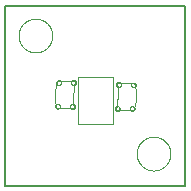
<source format=gtl>
G75*
%MOIN*%
%OFA0B0*%
%FSLAX25Y25*%
%IPPOS*%
%LPD*%
%AMOC8*
5,1,8,0,0,1.08239X$1,22.5*
%
%ADD10C,0.00600*%
%ADD11C,0.00039*%
D10*
X0001300Y0001300D02*
X0001300Y0061300D01*
X0061300Y0061300D01*
X0061300Y0001300D01*
X0001300Y0001300D01*
D11*
X0025493Y0021851D02*
X0037107Y0021851D01*
X0037107Y0037599D01*
X0025493Y0037599D01*
X0025493Y0021851D01*
X0024056Y0027087D02*
X0018387Y0027087D01*
X0017875Y0027757D02*
X0017877Y0027813D01*
X0017883Y0027868D01*
X0017893Y0027922D01*
X0017906Y0027976D01*
X0017924Y0028029D01*
X0017945Y0028080D01*
X0017969Y0028130D01*
X0017997Y0028178D01*
X0018029Y0028224D01*
X0018063Y0028268D01*
X0018101Y0028309D01*
X0018141Y0028347D01*
X0018184Y0028382D01*
X0018229Y0028414D01*
X0018277Y0028443D01*
X0018326Y0028469D01*
X0018377Y0028491D01*
X0018429Y0028509D01*
X0018483Y0028523D01*
X0018538Y0028534D01*
X0018593Y0028541D01*
X0018648Y0028544D01*
X0018704Y0028543D01*
X0018759Y0028538D01*
X0018814Y0028529D01*
X0018868Y0028517D01*
X0018921Y0028500D01*
X0018973Y0028480D01*
X0019023Y0028456D01*
X0019071Y0028429D01*
X0019118Y0028399D01*
X0019162Y0028365D01*
X0019204Y0028328D01*
X0019242Y0028288D01*
X0019279Y0028246D01*
X0019312Y0028201D01*
X0019341Y0028155D01*
X0019368Y0028106D01*
X0019390Y0028055D01*
X0019410Y0028003D01*
X0019425Y0027949D01*
X0019437Y0027895D01*
X0019445Y0027840D01*
X0019449Y0027785D01*
X0019449Y0027729D01*
X0019445Y0027674D01*
X0019437Y0027619D01*
X0019425Y0027565D01*
X0019410Y0027511D01*
X0019390Y0027459D01*
X0019368Y0027408D01*
X0019341Y0027359D01*
X0019312Y0027313D01*
X0019279Y0027268D01*
X0019242Y0027226D01*
X0019204Y0027186D01*
X0019162Y0027149D01*
X0019118Y0027115D01*
X0019071Y0027085D01*
X0019023Y0027058D01*
X0018973Y0027034D01*
X0018921Y0027014D01*
X0018868Y0026997D01*
X0018814Y0026985D01*
X0018759Y0026976D01*
X0018704Y0026971D01*
X0018648Y0026970D01*
X0018593Y0026973D01*
X0018538Y0026980D01*
X0018483Y0026991D01*
X0018429Y0027005D01*
X0018377Y0027023D01*
X0018326Y0027045D01*
X0018277Y0027071D01*
X0018229Y0027100D01*
X0018184Y0027132D01*
X0018141Y0027167D01*
X0018101Y0027205D01*
X0018063Y0027246D01*
X0018029Y0027290D01*
X0017997Y0027336D01*
X0017969Y0027384D01*
X0017945Y0027434D01*
X0017924Y0027485D01*
X0017906Y0027538D01*
X0017893Y0027592D01*
X0017883Y0027646D01*
X0017877Y0027701D01*
X0017875Y0027757D01*
X0022836Y0027639D02*
X0022838Y0027695D01*
X0022844Y0027750D01*
X0022854Y0027804D01*
X0022867Y0027858D01*
X0022885Y0027911D01*
X0022906Y0027962D01*
X0022930Y0028012D01*
X0022958Y0028060D01*
X0022990Y0028106D01*
X0023024Y0028150D01*
X0023062Y0028191D01*
X0023102Y0028229D01*
X0023145Y0028264D01*
X0023190Y0028296D01*
X0023238Y0028325D01*
X0023287Y0028351D01*
X0023338Y0028373D01*
X0023390Y0028391D01*
X0023444Y0028405D01*
X0023499Y0028416D01*
X0023554Y0028423D01*
X0023609Y0028426D01*
X0023665Y0028425D01*
X0023720Y0028420D01*
X0023775Y0028411D01*
X0023829Y0028399D01*
X0023882Y0028382D01*
X0023934Y0028362D01*
X0023984Y0028338D01*
X0024032Y0028311D01*
X0024079Y0028281D01*
X0024123Y0028247D01*
X0024165Y0028210D01*
X0024203Y0028170D01*
X0024240Y0028128D01*
X0024273Y0028083D01*
X0024302Y0028037D01*
X0024329Y0027988D01*
X0024351Y0027937D01*
X0024371Y0027885D01*
X0024386Y0027831D01*
X0024398Y0027777D01*
X0024406Y0027722D01*
X0024410Y0027667D01*
X0024410Y0027611D01*
X0024406Y0027556D01*
X0024398Y0027501D01*
X0024386Y0027447D01*
X0024371Y0027393D01*
X0024351Y0027341D01*
X0024329Y0027290D01*
X0024302Y0027241D01*
X0024273Y0027195D01*
X0024240Y0027150D01*
X0024203Y0027108D01*
X0024165Y0027068D01*
X0024123Y0027031D01*
X0024079Y0026997D01*
X0024032Y0026967D01*
X0023984Y0026940D01*
X0023934Y0026916D01*
X0023882Y0026896D01*
X0023829Y0026879D01*
X0023775Y0026867D01*
X0023720Y0026858D01*
X0023665Y0026853D01*
X0023609Y0026852D01*
X0023554Y0026855D01*
X0023499Y0026862D01*
X0023444Y0026873D01*
X0023390Y0026887D01*
X0023338Y0026905D01*
X0023287Y0026927D01*
X0023238Y0026953D01*
X0023190Y0026982D01*
X0023145Y0027014D01*
X0023102Y0027049D01*
X0023062Y0027087D01*
X0023024Y0027128D01*
X0022990Y0027172D01*
X0022958Y0027218D01*
X0022930Y0027266D01*
X0022906Y0027316D01*
X0022885Y0027367D01*
X0022867Y0027420D01*
X0022854Y0027474D01*
X0022844Y0027528D01*
X0022838Y0027583D01*
X0022836Y0027639D01*
X0023230Y0035631D02*
X0023232Y0035687D01*
X0023238Y0035742D01*
X0023248Y0035796D01*
X0023261Y0035850D01*
X0023279Y0035903D01*
X0023300Y0035954D01*
X0023324Y0036004D01*
X0023352Y0036052D01*
X0023384Y0036098D01*
X0023418Y0036142D01*
X0023456Y0036183D01*
X0023496Y0036221D01*
X0023539Y0036256D01*
X0023584Y0036288D01*
X0023632Y0036317D01*
X0023681Y0036343D01*
X0023732Y0036365D01*
X0023784Y0036383D01*
X0023838Y0036397D01*
X0023893Y0036408D01*
X0023948Y0036415D01*
X0024003Y0036418D01*
X0024059Y0036417D01*
X0024114Y0036412D01*
X0024169Y0036403D01*
X0024223Y0036391D01*
X0024276Y0036374D01*
X0024328Y0036354D01*
X0024378Y0036330D01*
X0024426Y0036303D01*
X0024473Y0036273D01*
X0024517Y0036239D01*
X0024559Y0036202D01*
X0024597Y0036162D01*
X0024634Y0036120D01*
X0024667Y0036075D01*
X0024696Y0036029D01*
X0024723Y0035980D01*
X0024745Y0035929D01*
X0024765Y0035877D01*
X0024780Y0035823D01*
X0024792Y0035769D01*
X0024800Y0035714D01*
X0024804Y0035659D01*
X0024804Y0035603D01*
X0024800Y0035548D01*
X0024792Y0035493D01*
X0024780Y0035439D01*
X0024765Y0035385D01*
X0024745Y0035333D01*
X0024723Y0035282D01*
X0024696Y0035233D01*
X0024667Y0035187D01*
X0024634Y0035142D01*
X0024597Y0035100D01*
X0024559Y0035060D01*
X0024517Y0035023D01*
X0024473Y0034989D01*
X0024426Y0034959D01*
X0024378Y0034932D01*
X0024328Y0034908D01*
X0024276Y0034888D01*
X0024223Y0034871D01*
X0024169Y0034859D01*
X0024114Y0034850D01*
X0024059Y0034845D01*
X0024003Y0034844D01*
X0023948Y0034847D01*
X0023893Y0034854D01*
X0023838Y0034865D01*
X0023784Y0034879D01*
X0023732Y0034897D01*
X0023681Y0034919D01*
X0023632Y0034945D01*
X0023584Y0034974D01*
X0023539Y0035006D01*
X0023496Y0035041D01*
X0023456Y0035079D01*
X0023418Y0035120D01*
X0023384Y0035164D01*
X0023352Y0035210D01*
X0023324Y0035258D01*
X0023300Y0035308D01*
X0023279Y0035359D01*
X0023261Y0035412D01*
X0023248Y0035466D01*
X0023238Y0035520D01*
X0023232Y0035575D01*
X0023230Y0035631D01*
X0024489Y0036143D02*
X0018623Y0036143D01*
X0018269Y0035631D02*
X0018271Y0035687D01*
X0018277Y0035742D01*
X0018287Y0035796D01*
X0018300Y0035850D01*
X0018318Y0035903D01*
X0018339Y0035954D01*
X0018363Y0036004D01*
X0018391Y0036052D01*
X0018423Y0036098D01*
X0018457Y0036142D01*
X0018495Y0036183D01*
X0018535Y0036221D01*
X0018578Y0036256D01*
X0018623Y0036288D01*
X0018671Y0036317D01*
X0018720Y0036343D01*
X0018771Y0036365D01*
X0018823Y0036383D01*
X0018877Y0036397D01*
X0018932Y0036408D01*
X0018987Y0036415D01*
X0019042Y0036418D01*
X0019098Y0036417D01*
X0019153Y0036412D01*
X0019208Y0036403D01*
X0019262Y0036391D01*
X0019315Y0036374D01*
X0019367Y0036354D01*
X0019417Y0036330D01*
X0019465Y0036303D01*
X0019512Y0036273D01*
X0019556Y0036239D01*
X0019598Y0036202D01*
X0019636Y0036162D01*
X0019673Y0036120D01*
X0019706Y0036075D01*
X0019735Y0036029D01*
X0019762Y0035980D01*
X0019784Y0035929D01*
X0019804Y0035877D01*
X0019819Y0035823D01*
X0019831Y0035769D01*
X0019839Y0035714D01*
X0019843Y0035659D01*
X0019843Y0035603D01*
X0019839Y0035548D01*
X0019831Y0035493D01*
X0019819Y0035439D01*
X0019804Y0035385D01*
X0019784Y0035333D01*
X0019762Y0035282D01*
X0019735Y0035233D01*
X0019706Y0035187D01*
X0019673Y0035142D01*
X0019636Y0035100D01*
X0019598Y0035060D01*
X0019556Y0035023D01*
X0019512Y0034989D01*
X0019465Y0034959D01*
X0019417Y0034932D01*
X0019367Y0034908D01*
X0019315Y0034888D01*
X0019262Y0034871D01*
X0019208Y0034859D01*
X0019153Y0034850D01*
X0019098Y0034845D01*
X0019042Y0034844D01*
X0018987Y0034847D01*
X0018932Y0034854D01*
X0018877Y0034865D01*
X0018823Y0034879D01*
X0018771Y0034897D01*
X0018720Y0034919D01*
X0018671Y0034945D01*
X0018623Y0034974D01*
X0018578Y0035006D01*
X0018535Y0035041D01*
X0018495Y0035079D01*
X0018457Y0035120D01*
X0018423Y0035164D01*
X0018391Y0035210D01*
X0018363Y0035258D01*
X0018339Y0035308D01*
X0018318Y0035359D01*
X0018300Y0035412D01*
X0018287Y0035466D01*
X0018277Y0035520D01*
X0018271Y0035575D01*
X0018269Y0035631D01*
X0038544Y0035513D02*
X0038611Y0034816D01*
X0038660Y0034117D01*
X0038694Y0033418D01*
X0038710Y0032718D01*
X0038710Y0032018D01*
X0038693Y0031318D01*
X0038660Y0030619D01*
X0038610Y0029920D01*
X0038543Y0029224D01*
X0038460Y0028528D01*
X0038360Y0027835D01*
X0038244Y0027145D01*
X0038111Y0026458D01*
X0038111Y0026457D02*
X0043977Y0026457D01*
X0042757Y0026969D02*
X0042759Y0027025D01*
X0042765Y0027080D01*
X0042775Y0027134D01*
X0042788Y0027188D01*
X0042806Y0027241D01*
X0042827Y0027292D01*
X0042851Y0027342D01*
X0042879Y0027390D01*
X0042911Y0027436D01*
X0042945Y0027480D01*
X0042983Y0027521D01*
X0043023Y0027559D01*
X0043066Y0027594D01*
X0043111Y0027626D01*
X0043159Y0027655D01*
X0043208Y0027681D01*
X0043259Y0027703D01*
X0043311Y0027721D01*
X0043365Y0027735D01*
X0043420Y0027746D01*
X0043475Y0027753D01*
X0043530Y0027756D01*
X0043586Y0027755D01*
X0043641Y0027750D01*
X0043696Y0027741D01*
X0043750Y0027729D01*
X0043803Y0027712D01*
X0043855Y0027692D01*
X0043905Y0027668D01*
X0043953Y0027641D01*
X0044000Y0027611D01*
X0044044Y0027577D01*
X0044086Y0027540D01*
X0044124Y0027500D01*
X0044161Y0027458D01*
X0044194Y0027413D01*
X0044223Y0027367D01*
X0044250Y0027318D01*
X0044272Y0027267D01*
X0044292Y0027215D01*
X0044307Y0027161D01*
X0044319Y0027107D01*
X0044327Y0027052D01*
X0044331Y0026997D01*
X0044331Y0026941D01*
X0044327Y0026886D01*
X0044319Y0026831D01*
X0044307Y0026777D01*
X0044292Y0026723D01*
X0044272Y0026671D01*
X0044250Y0026620D01*
X0044223Y0026571D01*
X0044194Y0026525D01*
X0044161Y0026480D01*
X0044124Y0026438D01*
X0044086Y0026398D01*
X0044044Y0026361D01*
X0044000Y0026327D01*
X0043953Y0026297D01*
X0043905Y0026270D01*
X0043855Y0026246D01*
X0043803Y0026226D01*
X0043750Y0026209D01*
X0043696Y0026197D01*
X0043641Y0026188D01*
X0043586Y0026183D01*
X0043530Y0026182D01*
X0043475Y0026185D01*
X0043420Y0026192D01*
X0043365Y0026203D01*
X0043311Y0026217D01*
X0043259Y0026235D01*
X0043208Y0026257D01*
X0043159Y0026283D01*
X0043111Y0026312D01*
X0043066Y0026344D01*
X0043023Y0026379D01*
X0042983Y0026417D01*
X0042945Y0026458D01*
X0042911Y0026502D01*
X0042879Y0026548D01*
X0042851Y0026596D01*
X0042827Y0026646D01*
X0042806Y0026697D01*
X0042788Y0026750D01*
X0042775Y0026804D01*
X0042765Y0026858D01*
X0042759Y0026913D01*
X0042757Y0026969D01*
X0037796Y0026969D02*
X0037798Y0027025D01*
X0037804Y0027080D01*
X0037814Y0027134D01*
X0037827Y0027188D01*
X0037845Y0027241D01*
X0037866Y0027292D01*
X0037890Y0027342D01*
X0037918Y0027390D01*
X0037950Y0027436D01*
X0037984Y0027480D01*
X0038022Y0027521D01*
X0038062Y0027559D01*
X0038105Y0027594D01*
X0038150Y0027626D01*
X0038198Y0027655D01*
X0038247Y0027681D01*
X0038298Y0027703D01*
X0038350Y0027721D01*
X0038404Y0027735D01*
X0038459Y0027746D01*
X0038514Y0027753D01*
X0038569Y0027756D01*
X0038625Y0027755D01*
X0038680Y0027750D01*
X0038735Y0027741D01*
X0038789Y0027729D01*
X0038842Y0027712D01*
X0038894Y0027692D01*
X0038944Y0027668D01*
X0038992Y0027641D01*
X0039039Y0027611D01*
X0039083Y0027577D01*
X0039125Y0027540D01*
X0039163Y0027500D01*
X0039200Y0027458D01*
X0039233Y0027413D01*
X0039262Y0027367D01*
X0039289Y0027318D01*
X0039311Y0027267D01*
X0039331Y0027215D01*
X0039346Y0027161D01*
X0039358Y0027107D01*
X0039366Y0027052D01*
X0039370Y0026997D01*
X0039370Y0026941D01*
X0039366Y0026886D01*
X0039358Y0026831D01*
X0039346Y0026777D01*
X0039331Y0026723D01*
X0039311Y0026671D01*
X0039289Y0026620D01*
X0039262Y0026571D01*
X0039233Y0026525D01*
X0039200Y0026480D01*
X0039163Y0026438D01*
X0039125Y0026398D01*
X0039083Y0026361D01*
X0039039Y0026327D01*
X0038992Y0026297D01*
X0038944Y0026270D01*
X0038894Y0026246D01*
X0038842Y0026226D01*
X0038789Y0026209D01*
X0038735Y0026197D01*
X0038680Y0026188D01*
X0038625Y0026183D01*
X0038569Y0026182D01*
X0038514Y0026185D01*
X0038459Y0026192D01*
X0038404Y0026203D01*
X0038350Y0026217D01*
X0038298Y0026235D01*
X0038247Y0026257D01*
X0038198Y0026283D01*
X0038150Y0026312D01*
X0038105Y0026344D01*
X0038062Y0026379D01*
X0038022Y0026417D01*
X0037984Y0026458D01*
X0037950Y0026502D01*
X0037918Y0026548D01*
X0037890Y0026596D01*
X0037866Y0026646D01*
X0037845Y0026697D01*
X0037827Y0026750D01*
X0037814Y0026804D01*
X0037804Y0026858D01*
X0037798Y0026913D01*
X0037796Y0026969D01*
X0018387Y0027088D02*
X0018289Y0027415D01*
X0018199Y0027744D01*
X0018117Y0028076D01*
X0018044Y0028410D01*
X0017978Y0028745D01*
X0017921Y0029082D01*
X0017871Y0029420D01*
X0017831Y0029759D01*
X0017798Y0030099D01*
X0017774Y0030440D01*
X0017757Y0030781D01*
X0017750Y0031122D01*
X0017750Y0031464D01*
X0017759Y0031805D01*
X0017776Y0032147D01*
X0017802Y0032487D01*
X0017836Y0032827D01*
X0017878Y0033166D01*
X0017928Y0033504D01*
X0017987Y0033841D01*
X0018054Y0034176D01*
X0018128Y0034509D01*
X0018211Y0034840D01*
X0018302Y0035170D01*
X0018401Y0035497D01*
X0018508Y0035821D01*
X0018623Y0036143D01*
X0044213Y0035512D02*
X0044311Y0035185D01*
X0044401Y0034856D01*
X0044483Y0034524D01*
X0044556Y0034190D01*
X0044622Y0033855D01*
X0044679Y0033518D01*
X0044729Y0033180D01*
X0044769Y0032841D01*
X0044802Y0032501D01*
X0044826Y0032160D01*
X0044843Y0031819D01*
X0044850Y0031478D01*
X0044850Y0031136D01*
X0044841Y0030795D01*
X0044824Y0030453D01*
X0044798Y0030113D01*
X0044764Y0029773D01*
X0044722Y0029434D01*
X0044672Y0029096D01*
X0044613Y0028759D01*
X0044546Y0028424D01*
X0044472Y0028091D01*
X0044389Y0027760D01*
X0044298Y0027430D01*
X0044199Y0027103D01*
X0044092Y0026779D01*
X0043977Y0026457D01*
X0043151Y0034843D02*
X0043153Y0034899D01*
X0043159Y0034954D01*
X0043169Y0035008D01*
X0043182Y0035062D01*
X0043200Y0035115D01*
X0043221Y0035166D01*
X0043245Y0035216D01*
X0043273Y0035264D01*
X0043305Y0035310D01*
X0043339Y0035354D01*
X0043377Y0035395D01*
X0043417Y0035433D01*
X0043460Y0035468D01*
X0043505Y0035500D01*
X0043553Y0035529D01*
X0043602Y0035555D01*
X0043653Y0035577D01*
X0043705Y0035595D01*
X0043759Y0035609D01*
X0043814Y0035620D01*
X0043869Y0035627D01*
X0043924Y0035630D01*
X0043980Y0035629D01*
X0044035Y0035624D01*
X0044090Y0035615D01*
X0044144Y0035603D01*
X0044197Y0035586D01*
X0044249Y0035566D01*
X0044299Y0035542D01*
X0044347Y0035515D01*
X0044394Y0035485D01*
X0044438Y0035451D01*
X0044480Y0035414D01*
X0044518Y0035374D01*
X0044555Y0035332D01*
X0044588Y0035287D01*
X0044617Y0035241D01*
X0044644Y0035192D01*
X0044666Y0035141D01*
X0044686Y0035089D01*
X0044701Y0035035D01*
X0044713Y0034981D01*
X0044721Y0034926D01*
X0044725Y0034871D01*
X0044725Y0034815D01*
X0044721Y0034760D01*
X0044713Y0034705D01*
X0044701Y0034651D01*
X0044686Y0034597D01*
X0044666Y0034545D01*
X0044644Y0034494D01*
X0044617Y0034445D01*
X0044588Y0034399D01*
X0044555Y0034354D01*
X0044518Y0034312D01*
X0044480Y0034272D01*
X0044438Y0034235D01*
X0044394Y0034201D01*
X0044347Y0034171D01*
X0044299Y0034144D01*
X0044249Y0034120D01*
X0044197Y0034100D01*
X0044144Y0034083D01*
X0044090Y0034071D01*
X0044035Y0034062D01*
X0043980Y0034057D01*
X0043924Y0034056D01*
X0043869Y0034059D01*
X0043814Y0034066D01*
X0043759Y0034077D01*
X0043705Y0034091D01*
X0043653Y0034109D01*
X0043602Y0034131D01*
X0043553Y0034157D01*
X0043505Y0034186D01*
X0043460Y0034218D01*
X0043417Y0034253D01*
X0043377Y0034291D01*
X0043339Y0034332D01*
X0043305Y0034376D01*
X0043273Y0034422D01*
X0043245Y0034470D01*
X0043221Y0034520D01*
X0043200Y0034571D01*
X0043182Y0034624D01*
X0043169Y0034678D01*
X0043159Y0034732D01*
X0043153Y0034787D01*
X0043151Y0034843D01*
X0044213Y0035513D02*
X0038544Y0035513D01*
X0038190Y0034961D02*
X0038192Y0035017D01*
X0038198Y0035072D01*
X0038208Y0035126D01*
X0038221Y0035180D01*
X0038239Y0035233D01*
X0038260Y0035284D01*
X0038284Y0035334D01*
X0038312Y0035382D01*
X0038344Y0035428D01*
X0038378Y0035472D01*
X0038416Y0035513D01*
X0038456Y0035551D01*
X0038499Y0035586D01*
X0038544Y0035618D01*
X0038592Y0035647D01*
X0038641Y0035673D01*
X0038692Y0035695D01*
X0038744Y0035713D01*
X0038798Y0035727D01*
X0038853Y0035738D01*
X0038908Y0035745D01*
X0038963Y0035748D01*
X0039019Y0035747D01*
X0039074Y0035742D01*
X0039129Y0035733D01*
X0039183Y0035721D01*
X0039236Y0035704D01*
X0039288Y0035684D01*
X0039338Y0035660D01*
X0039386Y0035633D01*
X0039433Y0035603D01*
X0039477Y0035569D01*
X0039519Y0035532D01*
X0039557Y0035492D01*
X0039594Y0035450D01*
X0039627Y0035405D01*
X0039656Y0035359D01*
X0039683Y0035310D01*
X0039705Y0035259D01*
X0039725Y0035207D01*
X0039740Y0035153D01*
X0039752Y0035099D01*
X0039760Y0035044D01*
X0039764Y0034989D01*
X0039764Y0034933D01*
X0039760Y0034878D01*
X0039752Y0034823D01*
X0039740Y0034769D01*
X0039725Y0034715D01*
X0039705Y0034663D01*
X0039683Y0034612D01*
X0039656Y0034563D01*
X0039627Y0034517D01*
X0039594Y0034472D01*
X0039557Y0034430D01*
X0039519Y0034390D01*
X0039477Y0034353D01*
X0039433Y0034319D01*
X0039386Y0034289D01*
X0039338Y0034262D01*
X0039288Y0034238D01*
X0039236Y0034218D01*
X0039183Y0034201D01*
X0039129Y0034189D01*
X0039074Y0034180D01*
X0039019Y0034175D01*
X0038963Y0034174D01*
X0038908Y0034177D01*
X0038853Y0034184D01*
X0038798Y0034195D01*
X0038744Y0034209D01*
X0038692Y0034227D01*
X0038641Y0034249D01*
X0038592Y0034275D01*
X0038544Y0034304D01*
X0038499Y0034336D01*
X0038456Y0034371D01*
X0038416Y0034409D01*
X0038378Y0034450D01*
X0038344Y0034494D01*
X0038312Y0034540D01*
X0038284Y0034588D01*
X0038260Y0034638D01*
X0038239Y0034689D01*
X0038221Y0034742D01*
X0038208Y0034796D01*
X0038198Y0034850D01*
X0038192Y0034905D01*
X0038190Y0034961D01*
X0024489Y0036142D02*
X0024356Y0035455D01*
X0024240Y0034765D01*
X0024140Y0034072D01*
X0024057Y0033376D01*
X0023990Y0032680D01*
X0023940Y0031981D01*
X0023907Y0031282D01*
X0023890Y0030582D01*
X0023890Y0029882D01*
X0023906Y0029182D01*
X0023940Y0028483D01*
X0023989Y0027784D01*
X0024056Y0027087D01*
X0005670Y0051300D02*
X0005672Y0051450D01*
X0005678Y0051600D01*
X0005688Y0051749D01*
X0005702Y0051898D01*
X0005720Y0052047D01*
X0005742Y0052196D01*
X0005767Y0052343D01*
X0005797Y0052490D01*
X0005831Y0052636D01*
X0005868Y0052781D01*
X0005910Y0052925D01*
X0005955Y0053068D01*
X0006004Y0053210D01*
X0006057Y0053350D01*
X0006113Y0053489D01*
X0006173Y0053626D01*
X0006237Y0053762D01*
X0006304Y0053896D01*
X0006375Y0054028D01*
X0006449Y0054158D01*
X0006527Y0054286D01*
X0006608Y0054412D01*
X0006693Y0054536D01*
X0006781Y0054658D01*
X0006872Y0054777D01*
X0006966Y0054893D01*
X0007063Y0055007D01*
X0007163Y0055119D01*
X0007266Y0055228D01*
X0007372Y0055334D01*
X0007481Y0055437D01*
X0007593Y0055537D01*
X0007707Y0055634D01*
X0007823Y0055728D01*
X0007942Y0055819D01*
X0008064Y0055907D01*
X0008188Y0055992D01*
X0008314Y0056073D01*
X0008442Y0056151D01*
X0008572Y0056225D01*
X0008704Y0056296D01*
X0008838Y0056363D01*
X0008974Y0056427D01*
X0009111Y0056487D01*
X0009250Y0056543D01*
X0009390Y0056596D01*
X0009532Y0056645D01*
X0009675Y0056690D01*
X0009819Y0056732D01*
X0009964Y0056769D01*
X0010110Y0056803D01*
X0010257Y0056833D01*
X0010404Y0056858D01*
X0010553Y0056880D01*
X0010702Y0056898D01*
X0010851Y0056912D01*
X0011000Y0056922D01*
X0011150Y0056928D01*
X0011300Y0056930D01*
X0011450Y0056928D01*
X0011600Y0056922D01*
X0011749Y0056912D01*
X0011898Y0056898D01*
X0012047Y0056880D01*
X0012196Y0056858D01*
X0012343Y0056833D01*
X0012490Y0056803D01*
X0012636Y0056769D01*
X0012781Y0056732D01*
X0012925Y0056690D01*
X0013068Y0056645D01*
X0013210Y0056596D01*
X0013350Y0056543D01*
X0013489Y0056487D01*
X0013626Y0056427D01*
X0013762Y0056363D01*
X0013896Y0056296D01*
X0014028Y0056225D01*
X0014158Y0056151D01*
X0014286Y0056073D01*
X0014412Y0055992D01*
X0014536Y0055907D01*
X0014658Y0055819D01*
X0014777Y0055728D01*
X0014893Y0055634D01*
X0015007Y0055537D01*
X0015119Y0055437D01*
X0015228Y0055334D01*
X0015334Y0055228D01*
X0015437Y0055119D01*
X0015537Y0055007D01*
X0015634Y0054893D01*
X0015728Y0054777D01*
X0015819Y0054658D01*
X0015907Y0054536D01*
X0015992Y0054412D01*
X0016073Y0054286D01*
X0016151Y0054158D01*
X0016225Y0054028D01*
X0016296Y0053896D01*
X0016363Y0053762D01*
X0016427Y0053626D01*
X0016487Y0053489D01*
X0016543Y0053350D01*
X0016596Y0053210D01*
X0016645Y0053068D01*
X0016690Y0052925D01*
X0016732Y0052781D01*
X0016769Y0052636D01*
X0016803Y0052490D01*
X0016833Y0052343D01*
X0016858Y0052196D01*
X0016880Y0052047D01*
X0016898Y0051898D01*
X0016912Y0051749D01*
X0016922Y0051600D01*
X0016928Y0051450D01*
X0016930Y0051300D01*
X0016928Y0051150D01*
X0016922Y0051000D01*
X0016912Y0050851D01*
X0016898Y0050702D01*
X0016880Y0050553D01*
X0016858Y0050404D01*
X0016833Y0050257D01*
X0016803Y0050110D01*
X0016769Y0049964D01*
X0016732Y0049819D01*
X0016690Y0049675D01*
X0016645Y0049532D01*
X0016596Y0049390D01*
X0016543Y0049250D01*
X0016487Y0049111D01*
X0016427Y0048974D01*
X0016363Y0048838D01*
X0016296Y0048704D01*
X0016225Y0048572D01*
X0016151Y0048442D01*
X0016073Y0048314D01*
X0015992Y0048188D01*
X0015907Y0048064D01*
X0015819Y0047942D01*
X0015728Y0047823D01*
X0015634Y0047707D01*
X0015537Y0047593D01*
X0015437Y0047481D01*
X0015334Y0047372D01*
X0015228Y0047266D01*
X0015119Y0047163D01*
X0015007Y0047063D01*
X0014893Y0046966D01*
X0014777Y0046872D01*
X0014658Y0046781D01*
X0014536Y0046693D01*
X0014412Y0046608D01*
X0014286Y0046527D01*
X0014158Y0046449D01*
X0014028Y0046375D01*
X0013896Y0046304D01*
X0013762Y0046237D01*
X0013626Y0046173D01*
X0013489Y0046113D01*
X0013350Y0046057D01*
X0013210Y0046004D01*
X0013068Y0045955D01*
X0012925Y0045910D01*
X0012781Y0045868D01*
X0012636Y0045831D01*
X0012490Y0045797D01*
X0012343Y0045767D01*
X0012196Y0045742D01*
X0012047Y0045720D01*
X0011898Y0045702D01*
X0011749Y0045688D01*
X0011600Y0045678D01*
X0011450Y0045672D01*
X0011300Y0045670D01*
X0011150Y0045672D01*
X0011000Y0045678D01*
X0010851Y0045688D01*
X0010702Y0045702D01*
X0010553Y0045720D01*
X0010404Y0045742D01*
X0010257Y0045767D01*
X0010110Y0045797D01*
X0009964Y0045831D01*
X0009819Y0045868D01*
X0009675Y0045910D01*
X0009532Y0045955D01*
X0009390Y0046004D01*
X0009250Y0046057D01*
X0009111Y0046113D01*
X0008974Y0046173D01*
X0008838Y0046237D01*
X0008704Y0046304D01*
X0008572Y0046375D01*
X0008442Y0046449D01*
X0008314Y0046527D01*
X0008188Y0046608D01*
X0008064Y0046693D01*
X0007942Y0046781D01*
X0007823Y0046872D01*
X0007707Y0046966D01*
X0007593Y0047063D01*
X0007481Y0047163D01*
X0007372Y0047266D01*
X0007266Y0047372D01*
X0007163Y0047481D01*
X0007063Y0047593D01*
X0006966Y0047707D01*
X0006872Y0047823D01*
X0006781Y0047942D01*
X0006693Y0048064D01*
X0006608Y0048188D01*
X0006527Y0048314D01*
X0006449Y0048442D01*
X0006375Y0048572D01*
X0006304Y0048704D01*
X0006237Y0048838D01*
X0006173Y0048974D01*
X0006113Y0049111D01*
X0006057Y0049250D01*
X0006004Y0049390D01*
X0005955Y0049532D01*
X0005910Y0049675D01*
X0005868Y0049819D01*
X0005831Y0049964D01*
X0005797Y0050110D01*
X0005767Y0050257D01*
X0005742Y0050404D01*
X0005720Y0050553D01*
X0005702Y0050702D01*
X0005688Y0050851D01*
X0005678Y0051000D01*
X0005672Y0051150D01*
X0005670Y0051300D01*
X0045040Y0011930D02*
X0045042Y0012080D01*
X0045048Y0012230D01*
X0045058Y0012379D01*
X0045072Y0012528D01*
X0045090Y0012677D01*
X0045112Y0012826D01*
X0045137Y0012973D01*
X0045167Y0013120D01*
X0045201Y0013266D01*
X0045238Y0013411D01*
X0045280Y0013555D01*
X0045325Y0013698D01*
X0045374Y0013840D01*
X0045427Y0013980D01*
X0045483Y0014119D01*
X0045543Y0014256D01*
X0045607Y0014392D01*
X0045674Y0014526D01*
X0045745Y0014658D01*
X0045819Y0014788D01*
X0045897Y0014916D01*
X0045978Y0015042D01*
X0046063Y0015166D01*
X0046151Y0015288D01*
X0046242Y0015407D01*
X0046336Y0015523D01*
X0046433Y0015637D01*
X0046533Y0015749D01*
X0046636Y0015858D01*
X0046742Y0015964D01*
X0046851Y0016067D01*
X0046963Y0016167D01*
X0047077Y0016264D01*
X0047193Y0016358D01*
X0047312Y0016449D01*
X0047434Y0016537D01*
X0047558Y0016622D01*
X0047684Y0016703D01*
X0047812Y0016781D01*
X0047942Y0016855D01*
X0048074Y0016926D01*
X0048208Y0016993D01*
X0048344Y0017057D01*
X0048481Y0017117D01*
X0048620Y0017173D01*
X0048760Y0017226D01*
X0048902Y0017275D01*
X0049045Y0017320D01*
X0049189Y0017362D01*
X0049334Y0017399D01*
X0049480Y0017433D01*
X0049627Y0017463D01*
X0049774Y0017488D01*
X0049923Y0017510D01*
X0050072Y0017528D01*
X0050221Y0017542D01*
X0050370Y0017552D01*
X0050520Y0017558D01*
X0050670Y0017560D01*
X0050820Y0017558D01*
X0050970Y0017552D01*
X0051119Y0017542D01*
X0051268Y0017528D01*
X0051417Y0017510D01*
X0051566Y0017488D01*
X0051713Y0017463D01*
X0051860Y0017433D01*
X0052006Y0017399D01*
X0052151Y0017362D01*
X0052295Y0017320D01*
X0052438Y0017275D01*
X0052580Y0017226D01*
X0052720Y0017173D01*
X0052859Y0017117D01*
X0052996Y0017057D01*
X0053132Y0016993D01*
X0053266Y0016926D01*
X0053398Y0016855D01*
X0053528Y0016781D01*
X0053656Y0016703D01*
X0053782Y0016622D01*
X0053906Y0016537D01*
X0054028Y0016449D01*
X0054147Y0016358D01*
X0054263Y0016264D01*
X0054377Y0016167D01*
X0054489Y0016067D01*
X0054598Y0015964D01*
X0054704Y0015858D01*
X0054807Y0015749D01*
X0054907Y0015637D01*
X0055004Y0015523D01*
X0055098Y0015407D01*
X0055189Y0015288D01*
X0055277Y0015166D01*
X0055362Y0015042D01*
X0055443Y0014916D01*
X0055521Y0014788D01*
X0055595Y0014658D01*
X0055666Y0014526D01*
X0055733Y0014392D01*
X0055797Y0014256D01*
X0055857Y0014119D01*
X0055913Y0013980D01*
X0055966Y0013840D01*
X0056015Y0013698D01*
X0056060Y0013555D01*
X0056102Y0013411D01*
X0056139Y0013266D01*
X0056173Y0013120D01*
X0056203Y0012973D01*
X0056228Y0012826D01*
X0056250Y0012677D01*
X0056268Y0012528D01*
X0056282Y0012379D01*
X0056292Y0012230D01*
X0056298Y0012080D01*
X0056300Y0011930D01*
X0056298Y0011780D01*
X0056292Y0011630D01*
X0056282Y0011481D01*
X0056268Y0011332D01*
X0056250Y0011183D01*
X0056228Y0011034D01*
X0056203Y0010887D01*
X0056173Y0010740D01*
X0056139Y0010594D01*
X0056102Y0010449D01*
X0056060Y0010305D01*
X0056015Y0010162D01*
X0055966Y0010020D01*
X0055913Y0009880D01*
X0055857Y0009741D01*
X0055797Y0009604D01*
X0055733Y0009468D01*
X0055666Y0009334D01*
X0055595Y0009202D01*
X0055521Y0009072D01*
X0055443Y0008944D01*
X0055362Y0008818D01*
X0055277Y0008694D01*
X0055189Y0008572D01*
X0055098Y0008453D01*
X0055004Y0008337D01*
X0054907Y0008223D01*
X0054807Y0008111D01*
X0054704Y0008002D01*
X0054598Y0007896D01*
X0054489Y0007793D01*
X0054377Y0007693D01*
X0054263Y0007596D01*
X0054147Y0007502D01*
X0054028Y0007411D01*
X0053906Y0007323D01*
X0053782Y0007238D01*
X0053656Y0007157D01*
X0053528Y0007079D01*
X0053398Y0007005D01*
X0053266Y0006934D01*
X0053132Y0006867D01*
X0052996Y0006803D01*
X0052859Y0006743D01*
X0052720Y0006687D01*
X0052580Y0006634D01*
X0052438Y0006585D01*
X0052295Y0006540D01*
X0052151Y0006498D01*
X0052006Y0006461D01*
X0051860Y0006427D01*
X0051713Y0006397D01*
X0051566Y0006372D01*
X0051417Y0006350D01*
X0051268Y0006332D01*
X0051119Y0006318D01*
X0050970Y0006308D01*
X0050820Y0006302D01*
X0050670Y0006300D01*
X0050520Y0006302D01*
X0050370Y0006308D01*
X0050221Y0006318D01*
X0050072Y0006332D01*
X0049923Y0006350D01*
X0049774Y0006372D01*
X0049627Y0006397D01*
X0049480Y0006427D01*
X0049334Y0006461D01*
X0049189Y0006498D01*
X0049045Y0006540D01*
X0048902Y0006585D01*
X0048760Y0006634D01*
X0048620Y0006687D01*
X0048481Y0006743D01*
X0048344Y0006803D01*
X0048208Y0006867D01*
X0048074Y0006934D01*
X0047942Y0007005D01*
X0047812Y0007079D01*
X0047684Y0007157D01*
X0047558Y0007238D01*
X0047434Y0007323D01*
X0047312Y0007411D01*
X0047193Y0007502D01*
X0047077Y0007596D01*
X0046963Y0007693D01*
X0046851Y0007793D01*
X0046742Y0007896D01*
X0046636Y0008002D01*
X0046533Y0008111D01*
X0046433Y0008223D01*
X0046336Y0008337D01*
X0046242Y0008453D01*
X0046151Y0008572D01*
X0046063Y0008694D01*
X0045978Y0008818D01*
X0045897Y0008944D01*
X0045819Y0009072D01*
X0045745Y0009202D01*
X0045674Y0009334D01*
X0045607Y0009468D01*
X0045543Y0009604D01*
X0045483Y0009741D01*
X0045427Y0009880D01*
X0045374Y0010020D01*
X0045325Y0010162D01*
X0045280Y0010305D01*
X0045238Y0010449D01*
X0045201Y0010594D01*
X0045167Y0010740D01*
X0045137Y0010887D01*
X0045112Y0011034D01*
X0045090Y0011183D01*
X0045072Y0011332D01*
X0045058Y0011481D01*
X0045048Y0011630D01*
X0045042Y0011780D01*
X0045040Y0011930D01*
M02*

</source>
